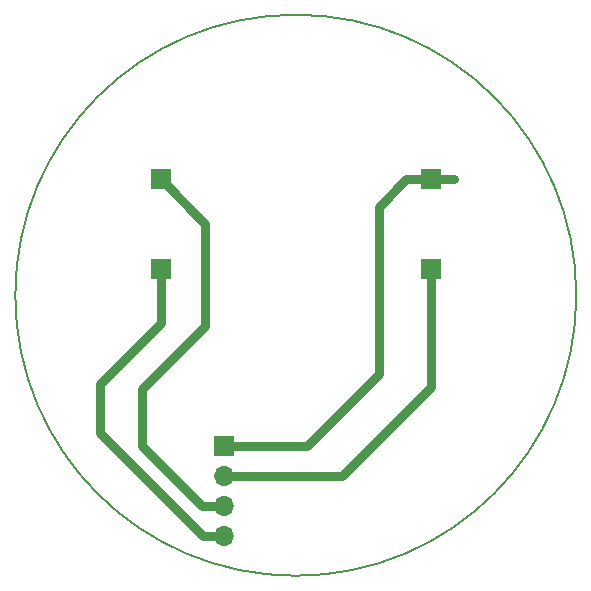
<source format=gbr>
%TF.GenerationSoftware,KiCad,Pcbnew,7.0.2*%
%TF.CreationDate,2023-09-26T09:37:55+02:00*%
%TF.ProjectId,x27Mount,7832374d-6f75-46e7-942e-6b696361645f,rev?*%
%TF.SameCoordinates,PX7df6180PY60e4b00*%
%TF.FileFunction,Copper,L2,Bot*%
%TF.FilePolarity,Positive*%
%FSLAX46Y46*%
G04 Gerber Fmt 4.6, Leading zero omitted, Abs format (unit mm)*
G04 Created by KiCad (PCBNEW 7.0.2) date 2023-09-26 09:37:55*
%MOMM*%
%LPD*%
G01*
G04 APERTURE LIST*
%TA.AperFunction,NonConductor*%
%ADD10C,0.200000*%
%TD*%
%TA.AperFunction,ComponentPad*%
%ADD11R,1.700000X1.700000*%
%TD*%
%TA.AperFunction,ComponentPad*%
%ADD12O,1.700000X1.700000*%
%TD*%
%TA.AperFunction,Conductor*%
%ADD13C,0.800000*%
%TD*%
G04 APERTURE END LIST*
D10*
X23750000Y0D02*
G75*
G03*
X23750000Y0I-23750000J0D01*
G01*
D11*
%TO.P,J2,1,Pin_1*%
%TO.N,Net-(J2-Pin_1)*%
X11430000Y9810000D03*
%TD*%
%TO.P,J1,1,Pin_1*%
%TO.N,Net-(J1-Pin_1)*%
X11430000Y2190000D03*
%TD*%
%TO.P,J5,1,Pin_1*%
%TO.N,Net-(J2-Pin_1)*%
X-6055000Y-12800000D03*
D12*
%TO.P,J5,2,Pin_2*%
%TO.N,Net-(J1-Pin_1)*%
X-6055000Y-15340000D03*
%TO.P,J5,3,Pin_3*%
%TO.N,Net-(J3-Pin_1)*%
X-6055000Y-17880000D03*
%TO.P,J5,4,Pin_4*%
%TO.N,Net-(J4-Pin_1)*%
X-6055000Y-20420000D03*
%TD*%
D11*
%TO.P,J4,1,Pin_1*%
%TO.N,Net-(J4-Pin_1)*%
X-11430000Y2190000D03*
%TD*%
%TO.P,J3,1,Pin_1*%
%TO.N,Net-(J3-Pin_1)*%
X-11430000Y9810000D03*
%TD*%
D13*
%TO.N,Net-(J1-Pin_1)*%
X3880000Y-15340000D02*
X-6055000Y-15340000D01*
X11430000Y2190000D02*
X11430000Y-7790000D01*
X11430000Y-7790000D02*
X3880000Y-15340000D01*
%TO.N,Net-(J2-Pin_1)*%
X7020000Y-6700000D02*
X920000Y-12800000D01*
X11430000Y9810000D02*
X9330000Y9810000D01*
X13410000Y9810000D02*
X11430000Y9810000D01*
X920000Y-12800000D02*
X-6055000Y-12800000D01*
X9330000Y9810000D02*
X7020000Y7500000D01*
X7020000Y7500000D02*
X7020000Y-6700000D01*
%TO.N,Net-(J3-Pin_1)*%
X-12980000Y-7900000D02*
X-7680000Y-2600000D01*
X-6055000Y-17880000D02*
X-7900000Y-17880000D01*
X-7900000Y-17880000D02*
X-12980000Y-12800000D01*
X-12980000Y-12800000D02*
X-12980000Y-7900000D01*
X-7680000Y-2600000D02*
X-7680000Y6060000D01*
X-7680000Y6060000D02*
X-11430000Y9810000D01*
%TO.N,Net-(J4-Pin_1)*%
X-16580000Y-11700000D02*
X-16580000Y-7500000D01*
X-7860000Y-20420000D02*
X-16580000Y-11700000D01*
X-16580000Y-7500000D02*
X-11430000Y-2350000D01*
X-11430000Y-2350000D02*
X-11430000Y2190000D01*
X-6055000Y-20420000D02*
X-7860000Y-20420000D01*
%TD*%
M02*

</source>
